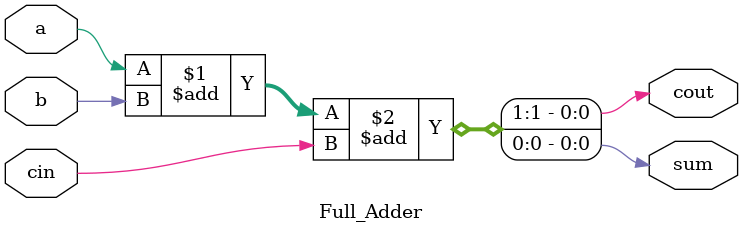
<source format=v>
`timescale 1ns / 1ps


module Full_Adder(input a, input b, input cin, output sum, output cout);

assign {cout, sum} = a + b + cin;

endmodule

</source>
